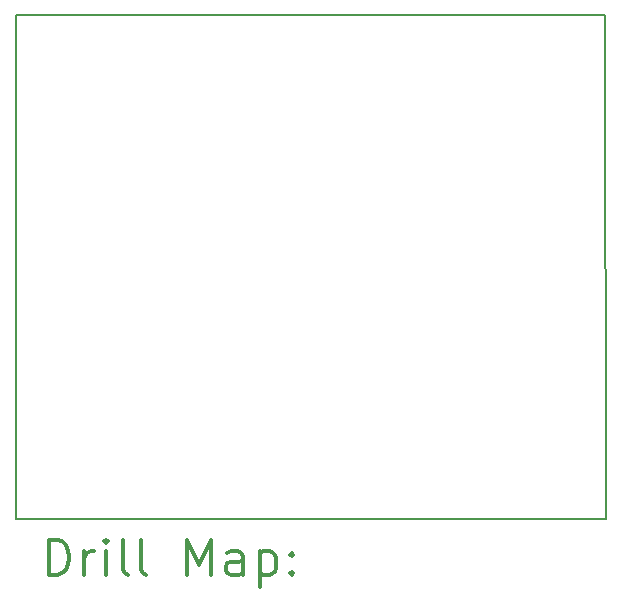
<source format=gbr>
%FSLAX45Y45*%
G04 Gerber Fmt 4.5, Leading zero omitted, Abs format (unit mm)*
G04 Created by KiCad (PCBNEW (5.0.0)) date 03/16/20 15:42:32*
%MOMM*%
%LPD*%
G01*
G04 APERTURE LIST*
%ADD10C,0.150000*%
%ADD11C,0.200000*%
%ADD12C,0.300000*%
G04 APERTURE END LIST*
D10*
X7666000Y-7901000D02*
X12658000Y-7898000D01*
X7668000Y-12167000D02*
X7666000Y-7901000D01*
X12661000Y-12166000D02*
X7668000Y-12167000D01*
X12658000Y-7898000D02*
X12661000Y-12166000D01*
D11*
D12*
X7944928Y-12640214D02*
X7944928Y-12340214D01*
X8016357Y-12340214D01*
X8059214Y-12354500D01*
X8087786Y-12383071D01*
X8102071Y-12411643D01*
X8116357Y-12468786D01*
X8116357Y-12511643D01*
X8102071Y-12568786D01*
X8087786Y-12597357D01*
X8059214Y-12625929D01*
X8016357Y-12640214D01*
X7944928Y-12640214D01*
X8244928Y-12640214D02*
X8244928Y-12440214D01*
X8244928Y-12497357D02*
X8259214Y-12468786D01*
X8273500Y-12454500D01*
X8302071Y-12440214D01*
X8330643Y-12440214D01*
X8430643Y-12640214D02*
X8430643Y-12440214D01*
X8430643Y-12340214D02*
X8416357Y-12354500D01*
X8430643Y-12368786D01*
X8444928Y-12354500D01*
X8430643Y-12340214D01*
X8430643Y-12368786D01*
X8616357Y-12640214D02*
X8587786Y-12625929D01*
X8573500Y-12597357D01*
X8573500Y-12340214D01*
X8773500Y-12640214D02*
X8744928Y-12625929D01*
X8730643Y-12597357D01*
X8730643Y-12340214D01*
X9116357Y-12640214D02*
X9116357Y-12340214D01*
X9216357Y-12554500D01*
X9316357Y-12340214D01*
X9316357Y-12640214D01*
X9587786Y-12640214D02*
X9587786Y-12483071D01*
X9573500Y-12454500D01*
X9544928Y-12440214D01*
X9487786Y-12440214D01*
X9459214Y-12454500D01*
X9587786Y-12625929D02*
X9559214Y-12640214D01*
X9487786Y-12640214D01*
X9459214Y-12625929D01*
X9444928Y-12597357D01*
X9444928Y-12568786D01*
X9459214Y-12540214D01*
X9487786Y-12525929D01*
X9559214Y-12525929D01*
X9587786Y-12511643D01*
X9730643Y-12440214D02*
X9730643Y-12740214D01*
X9730643Y-12454500D02*
X9759214Y-12440214D01*
X9816357Y-12440214D01*
X9844928Y-12454500D01*
X9859214Y-12468786D01*
X9873500Y-12497357D01*
X9873500Y-12583071D01*
X9859214Y-12611643D01*
X9844928Y-12625929D01*
X9816357Y-12640214D01*
X9759214Y-12640214D01*
X9730643Y-12625929D01*
X10002071Y-12611643D02*
X10016357Y-12625929D01*
X10002071Y-12640214D01*
X9987786Y-12625929D01*
X10002071Y-12611643D01*
X10002071Y-12640214D01*
X10002071Y-12454500D02*
X10016357Y-12468786D01*
X10002071Y-12483071D01*
X9987786Y-12468786D01*
X10002071Y-12454500D01*
X10002071Y-12483071D01*
M02*

</source>
